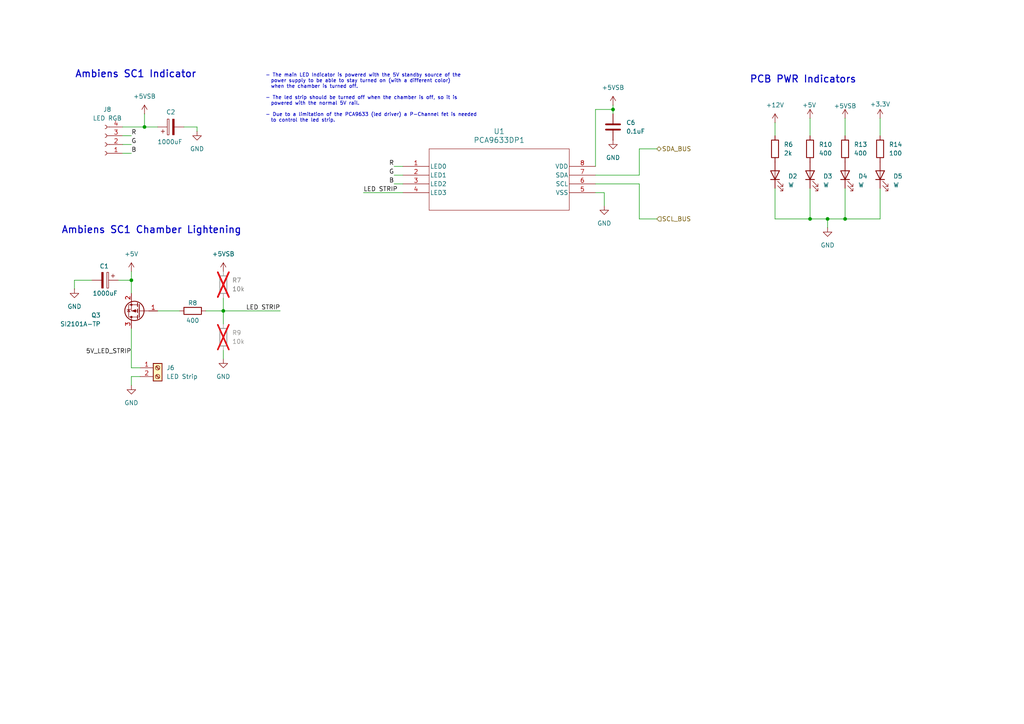
<source format=kicad_sch>
(kicad_sch (version 20231120) (generator "eeschema") (generator_version "8.0")
  (paper "A4")
  (lib_symbols
    (symbol "Connector:Conn_01x04_Socket" (pin_names (offset 1.016) hide)
      (property "Reference" "J" (at 0 5.08 0))
      (property "Value" "Conn_01x04_Socket" (at 0 -7.62 0))
      (symbol "Conn_01x04_Socket_1_1"
        (arc (start 0 -4.572) (mid -0.5058 -5.08) (end 0 -5.588) (stroke (width 0.1524)))
        (arc (start 0 -2.032) (mid -0.5058 -2.54) (end 0 -3.048) (stroke (width 0.1524)))
        (polyline (pts (xy -1.27 -5.08) (xy -0.508 -5.08)) (stroke (width 0.1524)))
        (polyline (pts (xy -1.27 -2.54) (xy -0.508 -2.54)) (stroke (width 0.1524)))
        (polyline (pts (xy -1.27 0) (xy -0.508 0)) (stroke (width 0.1524)))
        (polyline (pts (xy -1.27 2.54) (xy -0.508 2.54)) (stroke (width 0.1524)))
        (arc (start 0 0.508) (mid -0.5058 0) (end 0 -0.508) (stroke (width 0.1524)))
        (arc (start 0 3.048) (mid -0.5058 2.54) (end 0 2.032) (stroke (width 0.1524)))
        (pin passive line (at -5.08 2.54 0) (length 3.81) (name "Pin_1") (number "1"))
        (pin passive line (at -5.08 0 0) (length 3.81) (name "Pin_2") (number "2"))
        (pin passive line (at -5.08 -2.54 0) (length 3.81) (name "Pin_3") (number "3"))
        (pin passive line (at -5.08 -5.08 0) (length 3.81) (name "Pin_4") (number "4"))
      )
    )
    (symbol "Connector:Screw_Terminal_01x02" (pin_names (offset 1.016) hide)
      (property "Reference" "J" (at 0 2.54 0))
      (property "Value" "Screw_Terminal_01x02" (at 0 -5.08 0))
      (symbol "Screw_Terminal_01x02_1_1"
        (rectangle (start -1.27 1.27) (end 1.27 -3.81) (stroke (width 0.254)) (fill (type background)))
        (circle (center 0 -2.54) (radius 0.635) (stroke (width 0.1524)))
        (polyline (pts (xy -0.5334 -2.2098) (xy 0.3302 -3.048)) (stroke (width 0.1524)))
        (polyline (pts (xy -0.5334 0.3302) (xy 0.3302 -0.508)) (stroke (width 0.1524)))
        (polyline (pts (xy -0.3556 -2.032) (xy 0.508 -2.8702)) (stroke (width 0.1524)))
        (polyline (pts (xy -0.3556 0.508) (xy 0.508 -0.3302)) (stroke (width 0.1524)))
        (circle (center 0 0) (radius 0.635) (stroke (width 0.1524)))
        (pin passive line (at -5.08 0 0) (length 3.81) (name "Pin_1") (number "1"))
        (pin passive line (at -5.08 -2.54 0) (length 3.81) (name "Pin_2") (number "2"))
      )
    )
    (symbol "Device:C" (pin_numbers hide) (pin_names (offset 0.254))
      (property "Reference" "C" (at 0.635 2.54 0))
      (property "Value" "C" (at 0.635 -2.54 0))
      (symbol "C_0_1"
        (polyline (pts (xy -2.032 -0.762) (xy 2.032 -0.762)) (stroke (width 0.508)))
        (polyline (pts (xy -2.032 0.762) (xy 2.032 0.762)) (stroke (width 0.508)))
      )
      (symbol "C_1_1"
        (pin passive line (at 0 3.81 270) (length 2.794) (name "~") (number "1"))
        (pin passive line (at 0 -3.81 90) (length 2.794) (name "~") (number "2"))
      )
    )
    (symbol "Device:C_Polarized" (pin_numbers hide) (pin_names (offset 0.254))
      (property "Reference" "C" (at 0.635 2.54 0))
      (property "Value" "C_Polarized" (at 0.635 -2.54 0))
      (symbol "C_Polarized_0_1"
        (rectangle (start -2.286 0.508) (end 2.286 1.016))
        (polyline (pts (xy -1.778 2.286) (xy -0.762 2.286)))
        (polyline (pts (xy -1.27 2.794) (xy -1.27 1.778)))
        (rectangle (start 2.286 -0.508) (end -2.286 -1.016) (fill (type outline)))
      )
      (symbol "C_Polarized_1_1"
        (pin passive line (at 0 3.81 270) (length 2.794) (name "~") (number "1"))
        (pin passive line (at 0 -3.81 90) (length 2.794) (name "~") (number "2"))
      )
    )
    (symbol "Device:LED" (pin_numbers hide) (pin_names (offset 1.016) hide)
      (property "Reference" "D" (at 0 2.54 0))
      (property "Value" "LED" (at 0 -2.54 0))
      (symbol "LED_0_1"
        (polyline (pts (xy -1.27 -1.27) (xy -1.27 1.27)) (stroke (width 0.254)))
        (polyline (pts (xy -1.27 0) (xy 1.27 0)))
        (polyline (pts (xy 1.27 -1.27) (xy 1.27 1.27) (xy -1.27 0) (xy 1.27 -1.27)) (stroke (width 0.254)))
        (polyline (pts (xy -3.048 -0.762) (xy -4.572 -2.286) (xy -3.81 -2.286) (xy -4.572 -2.286) (xy -4.572 -1.524)))
        (polyline (pts (xy -1.778 -0.762) (xy -3.302 -2.286) (xy -2.54 -2.286) (xy -3.302 -2.286) (xy -3.302 -1.524)))
      )
      (symbol "LED_1_1"
        (pin passive line (at -3.81 0 0) (length 2.54) (name "K") (number "1"))
        (pin passive line (at 3.81 0 180) (length 2.54) (name "A") (number "2"))
      )
    )
    (symbol "Device:Q_PMOS_GSD" (pin_names (offset 0) hide)
      (property "Reference" "Q" (at 5.08 1.27 0))
      (property "Value" "Q_PMOS_GSD" (at 5.08 -1.27 0))
      (symbol "Q_PMOS_GSD_0_1"
        (polyline (pts (xy 0.254 0) (xy -2.54 0)))
        (polyline (pts (xy 0.254 1.905) (xy 0.254 -1.905)) (stroke (width 0.254)))
        (polyline (pts (xy 0.762 -1.27) (xy 0.762 -2.286)) (stroke (width 0.254)))
        (polyline (pts (xy 0.762 0.508) (xy 0.762 -0.508)) (stroke (width 0.254)))
        (polyline (pts (xy 0.762 2.286) (xy 0.762 1.27)) (stroke (width 0.254)))
        (polyline (pts (xy 2.54 2.54) (xy 2.54 1.778)))
        (polyline (pts (xy 2.54 -2.54) (xy 2.54 0) (xy 0.762 0)))
        (polyline (pts (xy 0.762 1.778) (xy 3.302 1.778) (xy 3.302 -1.778) (xy 0.762 -1.778)))
        (polyline (pts (xy 2.286 0) (xy 1.27 0.381) (xy 1.27 -0.381) (xy 2.286 0)) (fill (type outline)))
        (polyline (pts (xy 2.794 -0.508) (xy 2.921 -0.381) (xy 3.683 -0.381) (xy 3.81 -0.254)))
        (polyline (pts (xy 3.302 -0.381) (xy 2.921 0.254) (xy 3.683 0.254) (xy 3.302 -0.381)))
        (circle (center 1.651 0) (radius 2.794) (stroke (width 0.254)))
        (circle (center 2.54 -1.778) (radius 0.254) (fill (type outline)))
        (circle (center 2.54 1.778) (radius 0.254) (fill (type outline)))
      )
      (symbol "Q_PMOS_GSD_1_1"
        (pin input line (at -5.08 0 0) (length 2.54) (name "G") (number "1"))
        (pin passive line (at 2.54 -5.08 90) (length 2.54) (name "S") (number "2"))
        (pin passive line (at 2.54 5.08 270) (length 2.54) (name "D") (number "3"))
      )
    )
    (symbol "Device:R" (pin_numbers hide) (pin_names (offset 0))
      (property "Reference" "R" (at 2.032 0 90))
      (property "Value" "R" (at 0 0 90))
      (symbol "R_0_1"
        (rectangle (start -1.016 -2.54) (end 1.016 2.54) (stroke (width 0.254)))
      )
      (symbol "R_1_1"
        (pin passive line (at 0 3.81 270) (length 1.27) (name "~") (number "1"))
        (pin passive line (at 0 -3.81 90) (length 1.27) (name "~") (number "2"))
      )
    )
    (symbol "PCA9633DP1:PCA9633DP1" (pin_names (offset 0.254))
      (property "Reference" "U1" (at 27.94 10.16 0))
      (property "Value" "PCA9633DP1" (at 27.94 7.62 0))
      (symbol "PCA9633DP1_0_1"
        (polyline (pts (xy 7.62 -12.7) (xy 48.26 -12.7)) (stroke (width 0.127)))
        (polyline (pts (xy 7.62 5.08) (xy 7.62 -12.7)) (stroke (width 0.127)))
        (polyline (pts (xy 48.26 -12.7) (xy 48.26 5.08)) (stroke (width 0.127)))
        (polyline (pts (xy 48.26 5.08) (xy 7.62 5.08)) (stroke (width 0.127)))
        (pin free line (at 0 0 0) (length 7.62) (name "LED0") (number "1"))
        (pin free line (at 0 -2.54 0) (length 7.62) (name "LED1") (number "2"))
        (pin free line (at 0 -5.08 0) (length 7.62) (name "LED2") (number "3"))
        (pin free line (at 0 -7.62 0) (length 7.62) (name "LED3") (number "4"))
        (pin power_out line (at 55.88 -7.62 180) (length 7.62) (name "VSS") (number "5"))
        (pin input line (at 55.88 -5.08 180) (length 7.62) (name "SCL") (number "6"))
        (pin bidirectional line (at 55.88 -2.54 180) (length 7.62) (name "SDA") (number "7"))
        (pin power_in line (at 55.88 0 180) (length 7.62) (name "VDD") (number "8"))
      )
    )
    (symbol "power:+12V" (power) (pin_numbers hide) (pin_names (offset 0) hide)
      (property "Value" "+12V" (at 0 3.556 0))
      (symbol "+12V_0_1"
        (polyline (pts (xy -0.762 1.27) (xy 0 2.54)))
        (polyline (pts (xy 0 0) (xy 0 2.54)))
        (polyline (pts (xy 0 2.54) (xy 0.762 1.27)))
      )
      (symbol "+12V_1_1"
        (pin power_in line (at 0 0 90) (length 0) (name "~") (number "1"))
      )
    )
    (symbol "power:+3.3V" (power) (pin_numbers hide) (pin_names (offset 0) hide)
      (property "Value" "+3.3V" (at 0 3.556 0))
      (symbol "+3.3V_0_1"
        (polyline (pts (xy -0.762 1.27) (xy 0 2.54)))
        (polyline (pts (xy 0 0) (xy 0 2.54)))
        (polyline (pts (xy 0 2.54) (xy 0.762 1.27)))
      )
      (symbol "+3.3V_1_1"
        (pin power_in line (at 0 0 90) (length 0) (name "~") (number "1"))
      )
    )
    (symbol "power:+5V" (power) (pin_numbers hide) (pin_names (offset 0) hide)
      (property "Value" "+5V" (at 0 3.556 0))
      (symbol "+5V_0_1"
        (polyline (pts (xy -0.762 1.27) (xy 0 2.54)))
        (polyline (pts (xy 0 0) (xy 0 2.54)))
        (polyline (pts (xy 0 2.54) (xy 0.762 1.27)))
      )
      (symbol "+5V_1_1"
        (pin power_in line (at 0 0 90) (length 0) (name "~") (number "1"))
      )
    )
    (symbol "power:+5VD" (power) (pin_numbers hide) (pin_names (offset 0) hide)
      (property "Value" "+5VD" (at 0 3.556 0))
      (symbol "+5VD_0_1"
        (polyline (pts (xy -0.762 1.27) (xy 0 2.54)))
        (polyline (pts (xy 0 0) (xy 0 2.54)))
        (polyline (pts (xy 0 2.54) (xy 0.762 1.27)))
      )
      (symbol "+5VD_1_1"
        (pin power_in line (at 0 0 90) (length 0) (name "~") (number "1"))
      )
    )
    (symbol "power:+5VSB" (power) (pin_numbers hide) (pin_names (offset 0) hide)
      (property "Value" "+5VSB" (at 0 3.556 0))
      (symbol "+5VSB_0_1"
        (polyline (pts (xy -0.762 1.27) (xy 0 2.54)))
        (polyline (pts (xy 0 0) (xy 0 2.54)))
        (polyline (pts (xy 0 2.54) (xy 0.762 1.27)))
      )
      (symbol "+5VSB_1_1"
        (pin power_in line (at 0 0 90) (length 0) (name "~") (number "1"))
      )
    )
    (symbol "power:GND" (power) (pin_numbers hide) (pin_names (offset 0) hide)
      (property "Value" "GND" (at 0 -3.81 0))
      (symbol "GND_0_1"
        (polyline (pts (xy 0 0) (xy 0 -1.27) (xy 1.27 -1.27) (xy 0 -2.54) (xy -1.27 -1.27) (xy 0 -1.27)))
      )
      (symbol "GND_1_1"
        (pin power_in line (at 0 0 270) (length 0) (name "~") (number "1"))
      )
    )
  )
  (junction (at 240.03 63.5))
  (junction (at 234.95 63.5))
  (junction (at 64.77 90.17))
  (junction (at 38.1 81.28))
  (junction (at 245.11 63.5))
  (junction (at 41.91 36.83))
  (junction (at 177.8 31.75))
  (wire (pts (xy 64.77 86.36) (xy 64.77 90.17)))
  (wire (pts (xy 224.79 35.56) (xy 224.79 39.37)))
  (wire (pts (xy 64.77 104.14) (xy 64.77 101.6)))
  (wire (pts (xy 35.56 39.37) (xy 38.1 39.37)))
  (wire (pts (xy 59.69 90.17) (xy 64.77 90.17)))
  (wire (pts (xy 177.8 31.75) (xy 177.8 33.02)))
  (wire (pts (xy 245.11 34.29) (xy 245.11 39.37)))
  (wire (pts (xy 172.72 48.26) (xy 172.72 31.75)))
  (wire (pts (xy 105.41 55.88) (xy 116.84 55.88)))
  (wire (pts (xy 172.72 50.8) (xy 185.42 50.8)))
  (wire (pts (xy 41.91 36.83) (xy 35.56 36.83)))
  (wire (pts (xy 234.95 54.61) (xy 234.95 63.5)))
  (wire (pts (xy 35.56 44.45) (xy 38.1 44.45)))
  (wire (pts (xy 64.77 90.17) (xy 64.77 93.98)))
  (wire (pts (xy 40.64 106.68) (xy 38.1 106.68)))
  (wire (pts (xy 53.34 36.83) (xy 57.15 36.83)))
  (wire (pts (xy 41.91 36.83) (xy 45.72 36.83)))
  (wire (pts (xy 245.11 54.61) (xy 245.11 63.5)))
  (wire (pts (xy 38.1 111.76) (xy 38.1 109.22)))
  (wire (pts (xy 114.3 48.26) (xy 116.84 48.26)))
  (wire (pts (xy 38.1 81.28) (xy 38.1 85.09)))
  (wire (pts (xy 185.42 63.5) (xy 190.5 63.5)))
  (wire (pts (xy 64.77 90.17) (xy 81.28 90.17)))
  (wire (pts (xy 177.8 30.48) (xy 177.8 31.75)))
  (wire (pts (xy 114.3 53.34) (xy 116.84 53.34)))
  (wire (pts (xy 234.95 34.29) (xy 234.95 39.37)))
  (wire (pts (xy 175.26 55.88) (xy 172.72 55.88)))
  (wire (pts (xy 34.29 81.28) (xy 38.1 81.28)))
  (wire (pts (xy 240.03 63.5) (xy 245.11 63.5)))
  (wire (pts (xy 21.59 81.28) (xy 21.59 83.82)))
  (wire (pts (xy 240.03 63.5) (xy 240.03 66.04)))
  (wire (pts (xy 38.1 78.74) (xy 38.1 81.28)))
  (wire (pts (xy 35.56 41.91) (xy 38.1 41.91)))
  (wire (pts (xy 185.42 53.34) (xy 185.42 63.5)))
  (wire (pts (xy 38.1 95.25) (xy 38.1 106.68)))
  (wire (pts (xy 172.72 53.34) (xy 185.42 53.34)))
  (wire (pts (xy 255.27 34.29) (xy 255.27 39.37)))
  (wire (pts (xy 234.95 63.5) (xy 240.03 63.5)))
  (wire (pts (xy 172.72 31.75) (xy 177.8 31.75)))
  (wire (pts (xy 57.15 36.83) (xy 57.15 38.1)))
  (wire (pts (xy 185.42 50.8) (xy 185.42 43.18)))
  (wire (pts (xy 26.67 81.28) (xy 21.59 81.28)))
  (wire (pts (xy 224.79 63.5) (xy 234.95 63.5)))
  (wire (pts (xy 45.72 90.17) (xy 52.07 90.17)))
  (wire (pts (xy 255.27 54.61) (xy 255.27 63.5)))
  (wire (pts (xy 175.26 59.69) (xy 175.26 55.88)))
  (wire (pts (xy 224.79 54.61) (xy 224.79 63.5)))
  (wire (pts (xy 41.91 33.02) (xy 41.91 36.83)))
  (wire (pts (xy 245.11 63.5) (xy 255.27 63.5)))
  (wire (pts (xy 114.3 50.8) (xy 116.84 50.8)))
  (wire (pts (xy 38.1 109.22) (xy 40.64 109.22)))
  (wire (pts (xy 185.42 43.18) (xy 190.5 43.18)))
  (text "PCB PWR Indicators" (at 232.918 23.114 0) (effects (font (size 2.032 2.032) (thickness 0.3048) (bold yes))))
  (text "Ambiens SC1 Indicator" (at 39.37 21.59 0) (effects (font (size 2.032 2.032) (thickness 0.3048) (bold yes))))
  (text "- The main LED Indicator is powered with the 5V standby source of the\n  power supply to be able to stay turned on (with a different color)\n  when the chamber is turned off.\n\n- The led strip should be turned off when the chamber is off, so it is \n  powered with the normal 5V rail.\n\n- Due to a limitation of the PCA9633 (led driver) a P-Channel fet is needed\n  to control the led strip." (at 76.962 28.448 0) (effects (font (size 1.016 1.016)) (justify left)))
  (text "Ambiens SC1 Chamber Lightening" (at 43.942 66.802 0) (effects (font (size 2.032 2.032) (thickness 0.3048) (bold yes))))
  (label "B" (at 38.1 44.45 0))
  (label "LED STRIP" (at 81.28 90.17 180))
  (label "R" (at 38.1 39.37 0))
  (label "G" (at 38.1 41.91 0))
  (label "R" (at 114.3 48.26 180))
  (label "5V_LED_STRIP" (at 38.1 102.87 180))
  (label "B" (at 114.3 53.34 180))
  (label "G" (at 114.3 50.8 180))
  (label "LED STRIP" (at 105.41 55.88 0))
  (hierarchical_label "SCL_BUS" (shape input) (at 190.5 63.5 0))
  (hierarchical_label "SDA_BUS" (shape bidirectional) (at 190.5 43.18 0))
  (symbol (lib_id "power:GND") (at 21.59 83.82 0) (unit 1)
    (property "Reference" "#PWR056" (effects (hide yes)))
    (property "Value" "GND" (at 21.59 88.9 0))
    (property "Description" "Power symbol creates a global label with name \"GND\" , ground" (effects (hide yes)))
  )
  (symbol (lib_id "Connector:Conn_01x04_Socket") (at 30.48 41.91 180) (unit 1)
    (property "Reference" "J8" (at 31.115 31.75 0))
    (property "Value" "LED RGB" (at 31.115 34.29 0))
    (property "Footprint" "Connector_JST:JST_XH_B4B-XH-A_1x04_P2.50mm_Vertical" (effects (hide yes)))
    (property "Description" "Generic connector, single row, 01x04, script generated" (effects (hide yes)))
  )
  (symbol (lib_id "Connector:Screw_Terminal_01x02") (at 45.72 106.68 0) (unit 1)
    (property "Reference" "J6" (at 48.26 106.6799 0) (effects (justify left)))
    (property "Value" "LED Strip" (at 48.26 109.2199 0) (effects (justify left)))
    (property "Footprint" "TerminalBlock_Phoenix:TerminalBlock_Phoenix_MKDS-1,5-2_1x02_P5.00mm_Horizontal" (effects (hide yes)))
    (property "Description" "DB128V-5.08-2P-GN-S" (effects (hide yes)))
  )
  (symbol (lib_id "power:+5VSB") (at 177.8 30.48 0) (unit 1)
    (property "Reference" "#PWR023" (effects (hide yes)))
    (property "Value" "+5VSB" (at 177.8 25.4 0))
    (property "Description" "Power symbol creates a global label with name \"+5V\"" (effects (hide yes)))
  )
  (symbol (lib_id "power:+5VSB") (at 245.11 34.29 0) (unit 1)
    (property "Reference" "#PWR064" (effects (hide yes)))
    (property "Value" "+5VSB" (at 245.11 30.734 0))
    (property "Description" "Power symbol creates a global label with name \"+5V\"" (effects (hide yes)))
  )
  (symbol (lib_id "power:GND") (at 38.1 111.76 0) (unit 1)
    (property "Reference" "#PWR029" (effects (hide yes)))
    (property "Value" "GND" (at 38.1 116.84 0))
    (property "Description" "Power symbol creates a global label with name \"GND\" , ground" (effects (hide yes)))
  )
  (symbol (lib_id "Device:R") (at 64.77 82.55 0) (unit 1) (dnp yes)
    (property "Reference" "R7" (at 67.31 81.2799 0) (effects (justify left)))
    (property "Value" "10k" (at 67.31 83.8199 0) (effects (justify left)))
    (property "Footprint" "Resistor_SMD:R_0805_2012Metric" (effects (hide yes)))
    (property "Description" "Resistor" (effects (hide yes)))
  )
  (symbol (lib_id "Device:LED") (at 224.79 50.8 90) (unit 1)
    (property "Reference" "D2" (at 228.6 51.1174 90) (effects (justify right)))
    (property "Value" "W" (at 228.6 53.6574 90) (effects (justify right)))
    (property "Footprint" "LED_SMD:LED_0805_2012Metric" (effects (hide yes)))
    (property "Description" "Light emitting diode" (effects (hide yes)))
  )
  (symbol (lib_id "Device:C") (at 177.8 36.83 0) (unit 1)
    (property "Reference" "C6" (at 181.61 35.5599 0) (effects (justify left)))
    (property "Value" "0.1uF" (at 181.61 38.0999 0) (effects (justify left)))
    (property "Footprint" "Capacitor_SMD:C_0603_1608Metric" (effects (hide yes)))
    (property "Description" "Unpolarized capacitor" (effects (hide yes)))
  )
  (symbol (lib_id "Device:LED") (at 255.27 50.8 90) (unit 1)
    (property "Reference" "D5" (at 259.08 51.1174 90) (effects (justify right)))
    (property "Value" "W" (at 259.08 53.6574 90) (effects (justify right)))
    (property "Footprint" "LED_SMD:LED_0805_2012Metric" (effects (hide yes)))
    (property "Description" "Light emitting diode" (effects (hide yes)))
  )
  (symbol (lib_id "power:+3.3V") (at 255.27 34.29 0) (unit 1)
    (property "Reference" "#PWR065" (effects (hide yes)))
    (property "Value" "+3.3V" (at 255.27 30.226 0))
    (property "Description" "Power symbol creates a global label with name \"+3.3V\"" (effects (hide yes)))
  )
  (symbol (lib_id "Device:R") (at 64.77 97.79 0) (unit 1) (dnp yes)
    (property "Reference" "R9" (at 67.31 96.5199 0) (effects (justify left)))
    (property "Value" "10k" (at 67.31 99.0599 0) (effects (justify left)))
    (property "Footprint" "Resistor_SMD:R_0805_2012Metric" (effects (hide yes)))
    (property "Description" "Resistor" (effects (hide yes)))
  )
  (symbol (lib_id "Device:R") (at 245.11 43.18 0) (unit 1)
    (property "Reference" "R13" (at 247.65 41.9099 0) (effects (justify left)))
    (property "Value" "400" (at 247.65 44.4499 0) (effects (justify left)))
    (property "Footprint" "Resistor_SMD:R_0805_2012Metric" (effects (hide yes)))
    (property "Description" "Resistor" (effects (hide yes)))
  )
  (symbol (lib_id "Device:C_Polarized") (at 30.48 81.28 270) (unit 1)
    (property "Reference" "C1" (at 30.226 77.216 90))
    (property "Value" "1000uF" (at 30.48 85.09 90))
    (property "Footprint" "Capacitor_THT:CP_Radial_D10.0mm_P5.00mm" (effects (hide yes)))
    (property "Datasheet" "https://industrial.panasonic.com/cdbs/www-data/pdf/RDF0000/ABA0000C1255.pdf" (effects (hide yes)))
    (property "Description" "EEUFS1V102L" (effects (hide yes)))
  )
  (symbol (lib_id "Device:R") (at 255.27 43.18 0) (unit 1)
    (property "Reference" "R14" (at 257.81 41.9099 0) (effects (justify left)))
    (property "Value" "100" (at 257.81 44.4499 0) (effects (justify left)))
    (property "Footprint" "Resistor_SMD:R_0805_2012Metric" (effects (hide yes)))
    (property "Description" "Resistor" (effects (hide yes)))
  )
  (symbol (lib_id "Device:LED") (at 234.95 50.8 90) (unit 1)
    (property "Reference" "D3" (at 238.76 51.1174 90) (effects (justify right)))
    (property "Value" "W" (at 238.76 53.6574 90) (effects (justify right)))
    (property "Footprint" "LED_SMD:LED_0805_2012Metric" (effects (hide yes)))
    (property "Description" "Light emitting diode" (effects (hide yes)))
  )
  (symbol (lib_id "Device:R") (at 234.95 43.18 0) (unit 1)
    (property "Reference" "R10" (at 237.49 41.9099 0) (effects (justify left)))
    (property "Value" "400" (at 237.49 44.4499 0) (effects (justify left)))
    (property "Footprint" "Resistor_SMD:R_0805_2012Metric" (effects (hide yes)))
    (property "Description" "Resistor" (effects (hide yes)))
  )
  (symbol (lib_id "power:GND") (at 57.15 38.1 0) (unit 1)
    (property "Reference" "#PWR061" (effects (hide yes)))
    (property "Value" "GND" (at 57.15 43.18 0))
    (property "Description" "Power symbol creates a global label with name \"GND\" , ground" (effects (hide yes)))
  )
  (symbol (lib_id "power:GND") (at 177.8 40.64 0) (unit 1)
    (property "Reference" "#PWR024" (effects (hide yes)))
    (property "Value" "GND" (at 177.8 45.72 0))
    (property "Description" "Power symbol creates a global label with name \"GND\" , ground" (effects (hide yes)))
  )
  (symbol (lib_id "power:+5VSB") (at 41.91 33.02 0) (unit 1)
    (property "Reference" "#PWR057" (effects (hide yes)))
    (property "Value" "+5VSB" (at 41.91 27.94 0))
    (property "Description" "Power symbol creates a global label with name \"+5V\"" (effects (hide yes)))
  )
  (symbol (lib_id "PCA9633DP1:PCA9633DP1") (at 116.84 48.26 0) (unit 1)
    (property "Reference" "U1" (at 144.78 38.1 0) (effects (font (size 1.524 1.524))))
    (property "Value" "PCA9633DP1" (at 144.78 40.64 0) (effects (font (size 1.524 1.524))))
    (property "Footprint" "PCA9633DP1:SOT505-1_NXP" (effects (hide yes)))
    (property "Datasheet" "PCA9633DP1" (effects (hide yes)))
  )
  (symbol (lib_id "power:GND") (at 175.26 59.69 0) (unit 1)
    (property "Reference" "#PWR027" (effects (hide yes)))
    (property "Value" "GND" (at 175.26 64.77 0))
    (property "Description" "Power symbol creates a global label with name \"GND\" , ground" (effects (hide yes)))
  )
  (symbol (lib_id "Device:R") (at 224.79 43.18 0) (unit 1)
    (property "Reference" "R6" (at 227.33 41.9099 0) (effects (justify left)))
    (property "Value" "2k" (at 227.33 44.4499 0) (effects (justify left)))
    (property "Footprint" "Resistor_SMD:R_0805_2012Metric" (effects (hide yes)))
    (property "Description" "Resistor" (effects (hide yes)))
  )
  (symbol (lib_id "power:GND") (at 240.03 66.04 0) (unit 1)
    (property "Reference" "#PWR067" (effects (hide yes)))
    (property "Value" "GND" (at 240.03 71.12 0))
    (property "Description" "Power symbol creates a global label with name \"GND\" , ground" (effects (hide yes)))
  )
  (symbol (lib_id "power:+5VSB") (at 64.77 78.74 0) (unit 1)
    (property "Reference" "#PWR026" (effects (hide yes)))
    (property "Value" "+5VSB" (at 64.77 73.66 0))
    (property "Description" "Power symbol creates a global label with name \"+5V\"" (effects (hide yes)))
  )
  (symbol (lib_id "power:GND") (at 64.77 104.14 0) (unit 1)
    (property "Reference" "#PWR028" (effects (hide yes)))
    (property "Value" "GND" (at 64.77 109.22 0))
    (property "Description" "Power symbol creates a global label with name \"GND\" , ground" (effects (hide yes)))
  )
  (symbol (lib_id "power:+5VD") (at 234.95 34.29 0) (unit 1)
    (property "Reference" "#PWR063" (effects (hide yes)))
    (property "Value" "+5V" (at 234.696 30.48 0))
    (property "Description" "Power symbol creates a global label with name \"+5VD\"" (effects (hide yes)))
  )
  (symbol (lib_id "Device:LED") (at 245.11 50.8 90) (unit 1)
    (property "Reference" "D4" (at 248.92 51.1174 90) (effects (justify right)))
    (property "Value" "W" (at 248.92 53.6574 90) (effects (justify right)))
    (property "Footprint" "LED_SMD:LED_0805_2012Metric" (effects (hide yes)))
    (property "Description" "Light emitting diode" (effects (hide yes)))
  )
  (symbol (lib_id "Device:Q_PMOS_GSD") (at 40.64 90.17 180) (unit 1)
    (property "Reference" "Q3" (at 29.21 91.4399 0) (effects (justify left)))
    (property "Value" "SI2101A-TP" (at 29.21 93.9799 0) (effects (justify left)))
    (property "Footprint" "si2120a-tp:SOT65P228X120-3N" (effects (hide yes)))
    (property "Description" "P-MOSFET transistor, gate/source/drain" (effects (hide yes)))
  )
  (symbol (lib_id "power:+5V") (at 38.1 78.74 0) (unit 1)
    (property "Reference" "#PWR025" (effects (hide yes)))
    (property "Value" "+5V" (at 38.1 73.66 0))
    (property "Description" "Power symbol creates a global label with name \"+5V\"" (effects (hide yes)))
  )
  (symbol (lib_id "Device:R") (at 55.88 90.17 270) (mirror x) (unit 1)
    (property "Reference" "R8" (at 55.88 87.884 90))
    (property "Value" "400" (at 55.88 92.964 90))
    (property "Footprint" "Resistor_SMD:R_0805_2012Metric" (effects (hide yes)))
    (property "Description" "Resistor" (effects (hide yes)))
  )
  (symbol (lib_id "Device:C_Polarized") (at 49.53 36.83 90) (unit 1)
    (property "Reference" "C2" (at 49.53 32.512 90))
    (property "Value" "1000uF" (at 49.276 41.148 90))
    (property "Footprint" "Capacitor_THT:CP_Radial_D10.0mm_P5.00mm" (effects (hide yes)))
    (property "Datasheet" "https://industrial.panasonic.com/cdbs/www-data/pdf/RDF0000/ABA0000C1255.pdf" (effects (hide yes)))
    (property "Description" "EEUFS1V102L" (effects (hide yes)))
  )
  (symbol (lib_id "power:+12V") (at 224.79 35.56 0) (unit 1)
    (property "Reference" "#PWR066" (effects (hide yes)))
    (property "Value" "+12V" (at 224.79 30.48 0))
    (property "Description" "Power symbol creates a global label with name \"+12V\"" (effects (hide yes)))
  )
)
</source>
